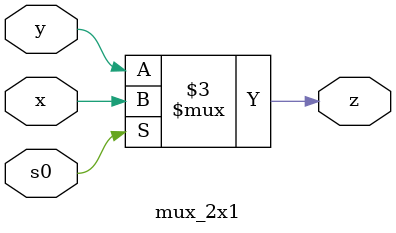
<source format=v>
module mux_2x1(
    input x,y,s0,
    output reg z
);
always @(*) begin
    if (s0) begin
        z = x;
    end else begin
        z = y;
    end
end
endmodule
</source>
